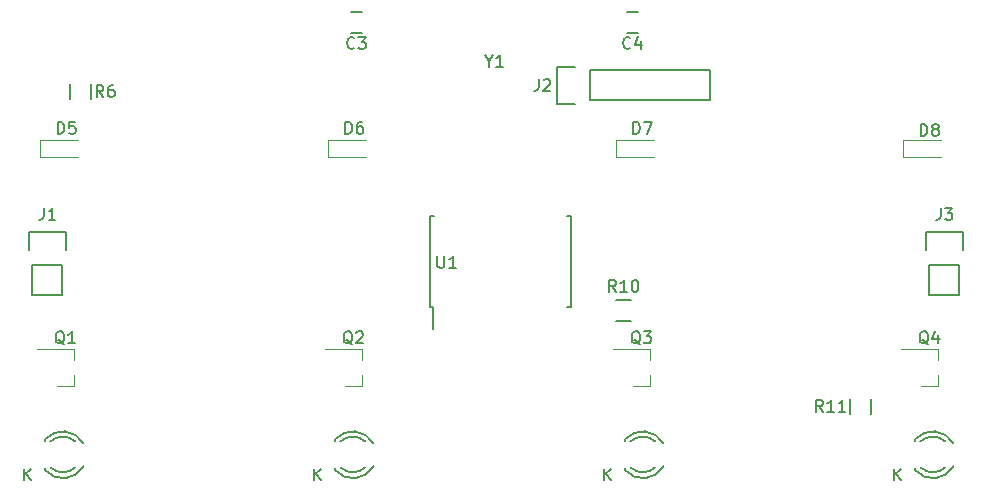
<source format=gbr>
G04 #@! TF.FileFunction,Legend,Top*
%FSLAX46Y46*%
G04 Gerber Fmt 4.6, Leading zero omitted, Abs format (unit mm)*
G04 Created by KiCad (PCBNEW 4.0.7) date Wednesday, July 11, 2018 'PMt' 04:07:28 PM*
%MOMM*%
%LPD*%
G01*
G04 APERTURE LIST*
%ADD10C,0.100000*%
%ADD11C,0.150000*%
%ADD12C,0.120000*%
G04 APERTURE END LIST*
D10*
D11*
X67318000Y-80606000D02*
X68318000Y-80606000D01*
X68318000Y-78906000D02*
X67318000Y-78906000D01*
X91686000Y-78906000D02*
X90686000Y-78906000D01*
X90686000Y-80606000D02*
X91686000Y-80606000D01*
X41457000Y-117646000D02*
X41457000Y-117446000D01*
X41457000Y-115052000D02*
X41457000Y-115232000D01*
X44684744Y-115362357D02*
G75*
G03X41457000Y-115046000I-1727744J-1003643D01*
G01*
X44009006Y-115232932D02*
G75*
G03X41906000Y-115232000I-1052006J-1133068D01*
G01*
X41469780Y-117672726D02*
G75*
G03X44707000Y-117326000I1497220J1306726D01*
G01*
X41943111Y-117445253D02*
G75*
G03X43991000Y-117426000I1013889J1079253D01*
G01*
X66010333Y-117646000D02*
X66010333Y-117446000D01*
X66010333Y-115052000D02*
X66010333Y-115232000D01*
X69238077Y-115362357D02*
G75*
G03X66010333Y-115046000I-1727744J-1003643D01*
G01*
X68562339Y-115232932D02*
G75*
G03X66459333Y-115232000I-1052006J-1133068D01*
G01*
X66023113Y-117672726D02*
G75*
G03X69260333Y-117326000I1497220J1306726D01*
G01*
X66496444Y-117445253D02*
G75*
G03X68544333Y-117426000I1013889J1079253D01*
G01*
X90563666Y-117646000D02*
X90563666Y-117446000D01*
X90563666Y-115052000D02*
X90563666Y-115232000D01*
X93791410Y-115362357D02*
G75*
G03X90563666Y-115046000I-1727744J-1003643D01*
G01*
X93115672Y-115232932D02*
G75*
G03X91012666Y-115232000I-1052006J-1133068D01*
G01*
X90576446Y-117672726D02*
G75*
G03X93813666Y-117326000I1497220J1306726D01*
G01*
X91049777Y-117445253D02*
G75*
G03X93097666Y-117426000I1013889J1079253D01*
G01*
X115116999Y-117646000D02*
X115116999Y-117446000D01*
X115116999Y-115052000D02*
X115116999Y-115232000D01*
X118344743Y-115362357D02*
G75*
G03X115116999Y-115046000I-1727744J-1003643D01*
G01*
X117669005Y-115232932D02*
G75*
G03X115565999Y-115232000I-1052006J-1133068D01*
G01*
X115129779Y-117672726D02*
G75*
G03X118366999Y-117326000I1497220J1306726D01*
G01*
X115603110Y-117445253D02*
G75*
G03X117650999Y-117426000I1013889J1079253D01*
G01*
D12*
X44260000Y-91174000D02*
X41060000Y-91174000D01*
X41060000Y-89674000D02*
X44260000Y-89674000D01*
X41060000Y-89674000D02*
X41060000Y-91174000D01*
X68617333Y-91174000D02*
X65417333Y-91174000D01*
X65417333Y-89674000D02*
X68617333Y-89674000D01*
X65417333Y-89674000D02*
X65417333Y-91174000D01*
X92974666Y-91174000D02*
X89774666Y-91174000D01*
X89774666Y-89674000D02*
X92974666Y-89674000D01*
X89774666Y-89674000D02*
X89774666Y-91174000D01*
X117331999Y-91174000D02*
X114131999Y-91174000D01*
X114131999Y-89674000D02*
X117331999Y-89674000D01*
X114131999Y-89674000D02*
X114131999Y-91174000D01*
D11*
X42926000Y-100330000D02*
X42926000Y-102870000D01*
X43206000Y-97510000D02*
X43206000Y-99060000D01*
X42926000Y-100330000D02*
X40386000Y-100330000D01*
X40106000Y-99060000D02*
X40106000Y-97510000D01*
X40106000Y-97510000D02*
X43206000Y-97510000D01*
X40386000Y-100330000D02*
X40386000Y-102870000D01*
X40386000Y-102870000D02*
X42926000Y-102870000D01*
X86360000Y-86640000D02*
X84810000Y-86640000D01*
X84810000Y-86640000D02*
X84810000Y-83540000D01*
X84810000Y-83540000D02*
X86360000Y-83540000D01*
X87630000Y-83820000D02*
X97790000Y-83820000D01*
X97790000Y-83820000D02*
X97790000Y-86360000D01*
X97790000Y-86360000D02*
X87630000Y-86360000D01*
X87630000Y-83820000D02*
X87630000Y-86360000D01*
X118872000Y-100330000D02*
X118872000Y-102870000D01*
X119152000Y-97510000D02*
X119152000Y-99060000D01*
X118872000Y-100330000D02*
X116332000Y-100330000D01*
X116052000Y-99060000D02*
X116052000Y-97510000D01*
X116052000Y-97510000D02*
X119152000Y-97510000D01*
X116332000Y-100330000D02*
X116332000Y-102870000D01*
X116332000Y-102870000D02*
X118872000Y-102870000D01*
D12*
X43940000Y-110546000D02*
X43940000Y-109616000D01*
X43940000Y-107386000D02*
X43940000Y-108316000D01*
X43940000Y-107386000D02*
X40780000Y-107386000D01*
X43940000Y-110546000D02*
X42480000Y-110546000D01*
X68324000Y-110546000D02*
X68324000Y-109616000D01*
X68324000Y-107386000D02*
X68324000Y-108316000D01*
X68324000Y-107386000D02*
X65164000Y-107386000D01*
X68324000Y-110546000D02*
X66864000Y-110546000D01*
X92708000Y-110546000D02*
X92708000Y-109616000D01*
X92708000Y-107386000D02*
X92708000Y-108316000D01*
X92708000Y-107386000D02*
X89548000Y-107386000D01*
X92708000Y-110546000D02*
X91248000Y-110546000D01*
X117092000Y-110546000D02*
X117092000Y-109616000D01*
X117092000Y-107386000D02*
X117092000Y-108316000D01*
X117092000Y-107386000D02*
X113932000Y-107386000D01*
X117092000Y-110546000D02*
X115632000Y-110546000D01*
D11*
X43575000Y-86198000D02*
X43575000Y-84998000D01*
X45325000Y-84998000D02*
X45325000Y-86198000D01*
X74050000Y-103875000D02*
X74300000Y-103875000D01*
X74050000Y-96125000D02*
X74395000Y-96125000D01*
X85950000Y-96125000D02*
X85605000Y-96125000D01*
X85950000Y-103875000D02*
X85605000Y-103875000D01*
X74050000Y-103875000D02*
X74050000Y-96125000D01*
X85950000Y-103875000D02*
X85950000Y-96125000D01*
X74300000Y-103875000D02*
X74300000Y-105700000D01*
X89824000Y-103265000D02*
X91024000Y-103265000D01*
X91024000Y-105015000D02*
X89824000Y-105015000D01*
X111365000Y-111668000D02*
X111365000Y-112868000D01*
X109615000Y-112868000D02*
X109615000Y-111668000D01*
X67651334Y-81891143D02*
X67603715Y-81938762D01*
X67460858Y-81986381D01*
X67365620Y-81986381D01*
X67222762Y-81938762D01*
X67127524Y-81843524D01*
X67079905Y-81748286D01*
X67032286Y-81557810D01*
X67032286Y-81414952D01*
X67079905Y-81224476D01*
X67127524Y-81129238D01*
X67222762Y-81034000D01*
X67365620Y-80986381D01*
X67460858Y-80986381D01*
X67603715Y-81034000D01*
X67651334Y-81081619D01*
X67984667Y-80986381D02*
X68603715Y-80986381D01*
X68270381Y-81367333D01*
X68413239Y-81367333D01*
X68508477Y-81414952D01*
X68556096Y-81462571D01*
X68603715Y-81557810D01*
X68603715Y-81795905D01*
X68556096Y-81891143D01*
X68508477Y-81938762D01*
X68413239Y-81986381D01*
X68127524Y-81986381D01*
X68032286Y-81938762D01*
X67984667Y-81891143D01*
X91019334Y-81891143D02*
X90971715Y-81938762D01*
X90828858Y-81986381D01*
X90733620Y-81986381D01*
X90590762Y-81938762D01*
X90495524Y-81843524D01*
X90447905Y-81748286D01*
X90400286Y-81557810D01*
X90400286Y-81414952D01*
X90447905Y-81224476D01*
X90495524Y-81129238D01*
X90590762Y-81034000D01*
X90733620Y-80986381D01*
X90828858Y-80986381D01*
X90971715Y-81034000D01*
X91019334Y-81081619D01*
X91876477Y-81319714D02*
X91876477Y-81986381D01*
X91638381Y-80938762D02*
X91400286Y-81653048D01*
X92019334Y-81653048D01*
X39704095Y-118524381D02*
X39704095Y-117524381D01*
X40275524Y-118524381D02*
X39846952Y-117952952D01*
X40275524Y-117524381D02*
X39704095Y-118095810D01*
X64257428Y-118524381D02*
X64257428Y-117524381D01*
X64828857Y-118524381D02*
X64400285Y-117952952D01*
X64828857Y-117524381D02*
X64257428Y-118095810D01*
X88810761Y-118524381D02*
X88810761Y-117524381D01*
X89382190Y-118524381D02*
X88953618Y-117952952D01*
X89382190Y-117524381D02*
X88810761Y-118095810D01*
X113364094Y-118524381D02*
X113364094Y-117524381D01*
X113935523Y-118524381D02*
X113506951Y-117952952D01*
X113935523Y-117524381D02*
X113364094Y-118095810D01*
X42521905Y-89176381D02*
X42521905Y-88176381D01*
X42760000Y-88176381D01*
X42902858Y-88224000D01*
X42998096Y-88319238D01*
X43045715Y-88414476D01*
X43093334Y-88604952D01*
X43093334Y-88747810D01*
X43045715Y-88938286D01*
X42998096Y-89033524D01*
X42902858Y-89128762D01*
X42760000Y-89176381D01*
X42521905Y-89176381D01*
X43998096Y-88176381D02*
X43521905Y-88176381D01*
X43474286Y-88652571D01*
X43521905Y-88604952D01*
X43617143Y-88557333D01*
X43855239Y-88557333D01*
X43950477Y-88604952D01*
X43998096Y-88652571D01*
X44045715Y-88747810D01*
X44045715Y-88985905D01*
X43998096Y-89081143D01*
X43950477Y-89128762D01*
X43855239Y-89176381D01*
X43617143Y-89176381D01*
X43521905Y-89128762D01*
X43474286Y-89081143D01*
X66879238Y-89176381D02*
X66879238Y-88176381D01*
X67117333Y-88176381D01*
X67260191Y-88224000D01*
X67355429Y-88319238D01*
X67403048Y-88414476D01*
X67450667Y-88604952D01*
X67450667Y-88747810D01*
X67403048Y-88938286D01*
X67355429Y-89033524D01*
X67260191Y-89128762D01*
X67117333Y-89176381D01*
X66879238Y-89176381D01*
X68307810Y-88176381D02*
X68117333Y-88176381D01*
X68022095Y-88224000D01*
X67974476Y-88271619D01*
X67879238Y-88414476D01*
X67831619Y-88604952D01*
X67831619Y-88985905D01*
X67879238Y-89081143D01*
X67926857Y-89128762D01*
X68022095Y-89176381D01*
X68212572Y-89176381D01*
X68307810Y-89128762D01*
X68355429Y-89081143D01*
X68403048Y-88985905D01*
X68403048Y-88747810D01*
X68355429Y-88652571D01*
X68307810Y-88604952D01*
X68212572Y-88557333D01*
X68022095Y-88557333D01*
X67926857Y-88604952D01*
X67879238Y-88652571D01*
X67831619Y-88747810D01*
X91236571Y-89176381D02*
X91236571Y-88176381D01*
X91474666Y-88176381D01*
X91617524Y-88224000D01*
X91712762Y-88319238D01*
X91760381Y-88414476D01*
X91808000Y-88604952D01*
X91808000Y-88747810D01*
X91760381Y-88938286D01*
X91712762Y-89033524D01*
X91617524Y-89128762D01*
X91474666Y-89176381D01*
X91236571Y-89176381D01*
X92141333Y-88176381D02*
X92808000Y-88176381D01*
X92379428Y-89176381D01*
X115593905Y-89352381D02*
X115593905Y-88352381D01*
X115832000Y-88352381D01*
X115974858Y-88400000D01*
X116070096Y-88495238D01*
X116117715Y-88590476D01*
X116165334Y-88780952D01*
X116165334Y-88923810D01*
X116117715Y-89114286D01*
X116070096Y-89209524D01*
X115974858Y-89304762D01*
X115832000Y-89352381D01*
X115593905Y-89352381D01*
X116736762Y-88780952D02*
X116641524Y-88733333D01*
X116593905Y-88685714D01*
X116546286Y-88590476D01*
X116546286Y-88542857D01*
X116593905Y-88447619D01*
X116641524Y-88400000D01*
X116736762Y-88352381D01*
X116927239Y-88352381D01*
X117022477Y-88400000D01*
X117070096Y-88447619D01*
X117117715Y-88542857D01*
X117117715Y-88590476D01*
X117070096Y-88685714D01*
X117022477Y-88733333D01*
X116927239Y-88780952D01*
X116736762Y-88780952D01*
X116641524Y-88828571D01*
X116593905Y-88876190D01*
X116546286Y-88971429D01*
X116546286Y-89161905D01*
X116593905Y-89257143D01*
X116641524Y-89304762D01*
X116736762Y-89352381D01*
X116927239Y-89352381D01*
X117022477Y-89304762D01*
X117070096Y-89257143D01*
X117117715Y-89161905D01*
X117117715Y-88971429D01*
X117070096Y-88876190D01*
X117022477Y-88828571D01*
X116927239Y-88780952D01*
X41322667Y-95464381D02*
X41322667Y-96178667D01*
X41275047Y-96321524D01*
X41179809Y-96416762D01*
X41036952Y-96464381D01*
X40941714Y-96464381D01*
X42322667Y-96464381D02*
X41751238Y-96464381D01*
X42036952Y-96464381D02*
X42036952Y-95464381D01*
X41941714Y-95607238D01*
X41846476Y-95702476D01*
X41751238Y-95750095D01*
X83232667Y-84542381D02*
X83232667Y-85256667D01*
X83185047Y-85399524D01*
X83089809Y-85494762D01*
X82946952Y-85542381D01*
X82851714Y-85542381D01*
X83661238Y-84637619D02*
X83708857Y-84590000D01*
X83804095Y-84542381D01*
X84042191Y-84542381D01*
X84137429Y-84590000D01*
X84185048Y-84637619D01*
X84232667Y-84732857D01*
X84232667Y-84828095D01*
X84185048Y-84970952D01*
X83613619Y-85542381D01*
X84232667Y-85542381D01*
X117268667Y-95464381D02*
X117268667Y-96178667D01*
X117221047Y-96321524D01*
X117125809Y-96416762D01*
X116982952Y-96464381D01*
X116887714Y-96464381D01*
X117649619Y-95464381D02*
X118268667Y-95464381D01*
X117935333Y-95845333D01*
X118078191Y-95845333D01*
X118173429Y-95892952D01*
X118221048Y-95940571D01*
X118268667Y-96035810D01*
X118268667Y-96273905D01*
X118221048Y-96369143D01*
X118173429Y-96416762D01*
X118078191Y-96464381D01*
X117792476Y-96464381D01*
X117697238Y-96416762D01*
X117649619Y-96369143D01*
X43084762Y-107013619D02*
X42989524Y-106966000D01*
X42894286Y-106870762D01*
X42751429Y-106727905D01*
X42656190Y-106680286D01*
X42560952Y-106680286D01*
X42608571Y-106918381D02*
X42513333Y-106870762D01*
X42418095Y-106775524D01*
X42370476Y-106585048D01*
X42370476Y-106251714D01*
X42418095Y-106061238D01*
X42513333Y-105966000D01*
X42608571Y-105918381D01*
X42799048Y-105918381D01*
X42894286Y-105966000D01*
X42989524Y-106061238D01*
X43037143Y-106251714D01*
X43037143Y-106585048D01*
X42989524Y-106775524D01*
X42894286Y-106870762D01*
X42799048Y-106918381D01*
X42608571Y-106918381D01*
X43989524Y-106918381D02*
X43418095Y-106918381D01*
X43703809Y-106918381D02*
X43703809Y-105918381D01*
X43608571Y-106061238D01*
X43513333Y-106156476D01*
X43418095Y-106204095D01*
X67468762Y-107013619D02*
X67373524Y-106966000D01*
X67278286Y-106870762D01*
X67135429Y-106727905D01*
X67040190Y-106680286D01*
X66944952Y-106680286D01*
X66992571Y-106918381D02*
X66897333Y-106870762D01*
X66802095Y-106775524D01*
X66754476Y-106585048D01*
X66754476Y-106251714D01*
X66802095Y-106061238D01*
X66897333Y-105966000D01*
X66992571Y-105918381D01*
X67183048Y-105918381D01*
X67278286Y-105966000D01*
X67373524Y-106061238D01*
X67421143Y-106251714D01*
X67421143Y-106585048D01*
X67373524Y-106775524D01*
X67278286Y-106870762D01*
X67183048Y-106918381D01*
X66992571Y-106918381D01*
X67802095Y-106013619D02*
X67849714Y-105966000D01*
X67944952Y-105918381D01*
X68183048Y-105918381D01*
X68278286Y-105966000D01*
X68325905Y-106013619D01*
X68373524Y-106108857D01*
X68373524Y-106204095D01*
X68325905Y-106346952D01*
X67754476Y-106918381D01*
X68373524Y-106918381D01*
X91852762Y-107013619D02*
X91757524Y-106966000D01*
X91662286Y-106870762D01*
X91519429Y-106727905D01*
X91424190Y-106680286D01*
X91328952Y-106680286D01*
X91376571Y-106918381D02*
X91281333Y-106870762D01*
X91186095Y-106775524D01*
X91138476Y-106585048D01*
X91138476Y-106251714D01*
X91186095Y-106061238D01*
X91281333Y-105966000D01*
X91376571Y-105918381D01*
X91567048Y-105918381D01*
X91662286Y-105966000D01*
X91757524Y-106061238D01*
X91805143Y-106251714D01*
X91805143Y-106585048D01*
X91757524Y-106775524D01*
X91662286Y-106870762D01*
X91567048Y-106918381D01*
X91376571Y-106918381D01*
X92138476Y-105918381D02*
X92757524Y-105918381D01*
X92424190Y-106299333D01*
X92567048Y-106299333D01*
X92662286Y-106346952D01*
X92709905Y-106394571D01*
X92757524Y-106489810D01*
X92757524Y-106727905D01*
X92709905Y-106823143D01*
X92662286Y-106870762D01*
X92567048Y-106918381D01*
X92281333Y-106918381D01*
X92186095Y-106870762D01*
X92138476Y-106823143D01*
X116236762Y-107013619D02*
X116141524Y-106966000D01*
X116046286Y-106870762D01*
X115903429Y-106727905D01*
X115808190Y-106680286D01*
X115712952Y-106680286D01*
X115760571Y-106918381D02*
X115665333Y-106870762D01*
X115570095Y-106775524D01*
X115522476Y-106585048D01*
X115522476Y-106251714D01*
X115570095Y-106061238D01*
X115665333Y-105966000D01*
X115760571Y-105918381D01*
X115951048Y-105918381D01*
X116046286Y-105966000D01*
X116141524Y-106061238D01*
X116189143Y-106251714D01*
X116189143Y-106585048D01*
X116141524Y-106775524D01*
X116046286Y-106870762D01*
X115951048Y-106918381D01*
X115760571Y-106918381D01*
X117046286Y-106251714D02*
X117046286Y-106918381D01*
X116808190Y-105870762D02*
X116570095Y-106585048D01*
X117189143Y-106585048D01*
X46383334Y-86050381D02*
X46050000Y-85574190D01*
X45811905Y-86050381D02*
X45811905Y-85050381D01*
X46192858Y-85050381D01*
X46288096Y-85098000D01*
X46335715Y-85145619D01*
X46383334Y-85240857D01*
X46383334Y-85383714D01*
X46335715Y-85478952D01*
X46288096Y-85526571D01*
X46192858Y-85574190D01*
X45811905Y-85574190D01*
X47240477Y-85050381D02*
X47050000Y-85050381D01*
X46954762Y-85098000D01*
X46907143Y-85145619D01*
X46811905Y-85288476D01*
X46764286Y-85478952D01*
X46764286Y-85859905D01*
X46811905Y-85955143D01*
X46859524Y-86002762D01*
X46954762Y-86050381D01*
X47145239Y-86050381D01*
X47240477Y-86002762D01*
X47288096Y-85955143D01*
X47335715Y-85859905D01*
X47335715Y-85621810D01*
X47288096Y-85526571D01*
X47240477Y-85478952D01*
X47145239Y-85431333D01*
X46954762Y-85431333D01*
X46859524Y-85478952D01*
X46811905Y-85526571D01*
X46764286Y-85621810D01*
X74676095Y-99528381D02*
X74676095Y-100337905D01*
X74723714Y-100433143D01*
X74771333Y-100480762D01*
X74866571Y-100528381D01*
X75057048Y-100528381D01*
X75152286Y-100480762D01*
X75199905Y-100433143D01*
X75247524Y-100337905D01*
X75247524Y-99528381D01*
X76247524Y-100528381D02*
X75676095Y-100528381D01*
X75961809Y-100528381D02*
X75961809Y-99528381D01*
X75866571Y-99671238D01*
X75771333Y-99766476D01*
X75676095Y-99814095D01*
X79025809Y-83034190D02*
X79025809Y-83510381D01*
X78692476Y-82510381D02*
X79025809Y-83034190D01*
X79359143Y-82510381D01*
X80216286Y-83510381D02*
X79644857Y-83510381D01*
X79930571Y-83510381D02*
X79930571Y-82510381D01*
X79835333Y-82653238D01*
X79740095Y-82748476D01*
X79644857Y-82796095D01*
X89781143Y-102560381D02*
X89447809Y-102084190D01*
X89209714Y-102560381D02*
X89209714Y-101560381D01*
X89590667Y-101560381D01*
X89685905Y-101608000D01*
X89733524Y-101655619D01*
X89781143Y-101750857D01*
X89781143Y-101893714D01*
X89733524Y-101988952D01*
X89685905Y-102036571D01*
X89590667Y-102084190D01*
X89209714Y-102084190D01*
X90733524Y-102560381D02*
X90162095Y-102560381D01*
X90447809Y-102560381D02*
X90447809Y-101560381D01*
X90352571Y-101703238D01*
X90257333Y-101798476D01*
X90162095Y-101846095D01*
X91352571Y-101560381D02*
X91447810Y-101560381D01*
X91543048Y-101608000D01*
X91590667Y-101655619D01*
X91638286Y-101750857D01*
X91685905Y-101941333D01*
X91685905Y-102179429D01*
X91638286Y-102369905D01*
X91590667Y-102465143D01*
X91543048Y-102512762D01*
X91447810Y-102560381D01*
X91352571Y-102560381D01*
X91257333Y-102512762D01*
X91209714Y-102465143D01*
X91162095Y-102369905D01*
X91114476Y-102179429D01*
X91114476Y-101941333D01*
X91162095Y-101750857D01*
X91209714Y-101655619D01*
X91257333Y-101608000D01*
X91352571Y-101560381D01*
X107307143Y-112720381D02*
X106973809Y-112244190D01*
X106735714Y-112720381D02*
X106735714Y-111720381D01*
X107116667Y-111720381D01*
X107211905Y-111768000D01*
X107259524Y-111815619D01*
X107307143Y-111910857D01*
X107307143Y-112053714D01*
X107259524Y-112148952D01*
X107211905Y-112196571D01*
X107116667Y-112244190D01*
X106735714Y-112244190D01*
X108259524Y-112720381D02*
X107688095Y-112720381D01*
X107973809Y-112720381D02*
X107973809Y-111720381D01*
X107878571Y-111863238D01*
X107783333Y-111958476D01*
X107688095Y-112006095D01*
X109211905Y-112720381D02*
X108640476Y-112720381D01*
X108926190Y-112720381D02*
X108926190Y-111720381D01*
X108830952Y-111863238D01*
X108735714Y-111958476D01*
X108640476Y-112006095D01*
M02*

</source>
